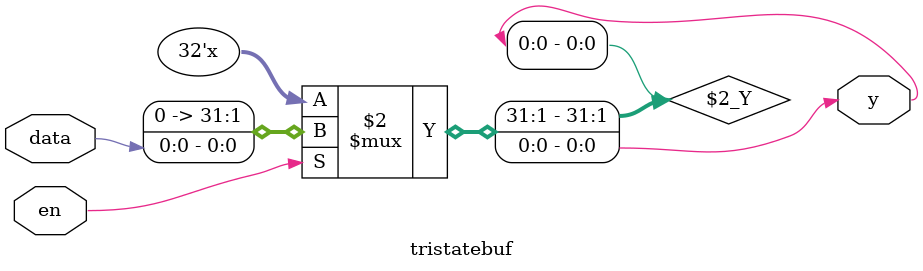
<source format=v>
`timescale 1ns / 1ps


module tristatebuf(
    input data,
    input en,
    output y
    );
    

//always@(en,data)
assign y=en?data:'bz;

endmodule

</source>
